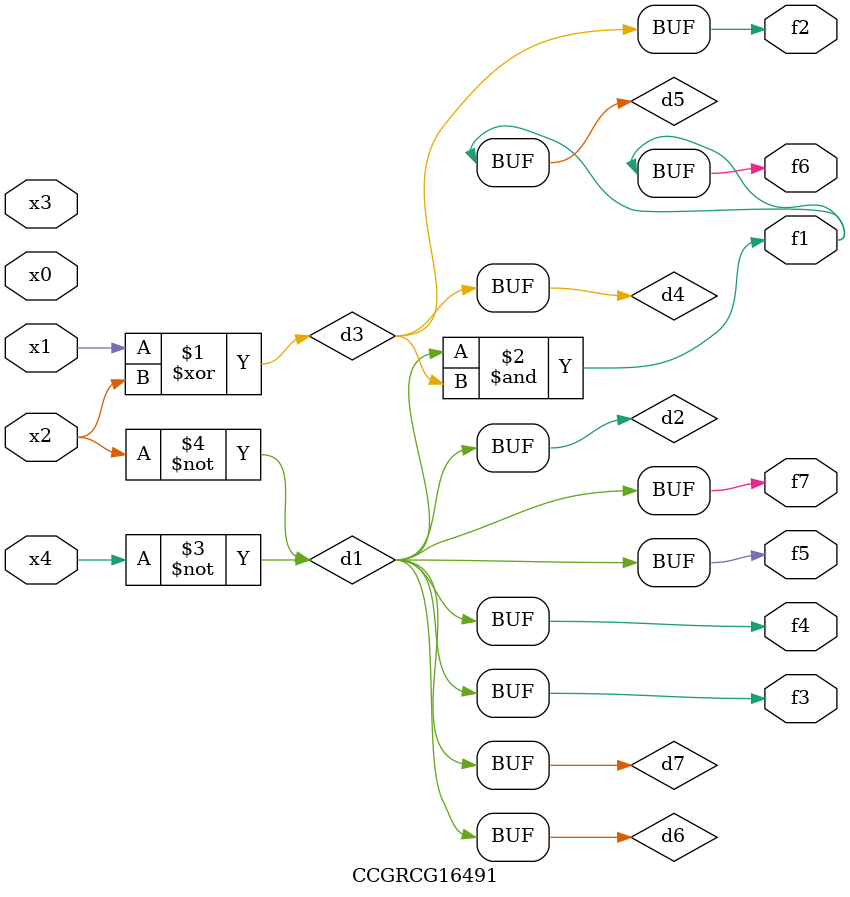
<source format=v>
module CCGRCG16491(
	input x0, x1, x2, x3, x4,
	output f1, f2, f3, f4, f5, f6, f7
);

	wire d1, d2, d3, d4, d5, d6, d7;

	not (d1, x4);
	not (d2, x2);
	xor (d3, x1, x2);
	buf (d4, d3);
	and (d5, d1, d3);
	buf (d6, d1, d2);
	buf (d7, d2);
	assign f1 = d5;
	assign f2 = d4;
	assign f3 = d7;
	assign f4 = d7;
	assign f5 = d7;
	assign f6 = d5;
	assign f7 = d7;
endmodule

</source>
